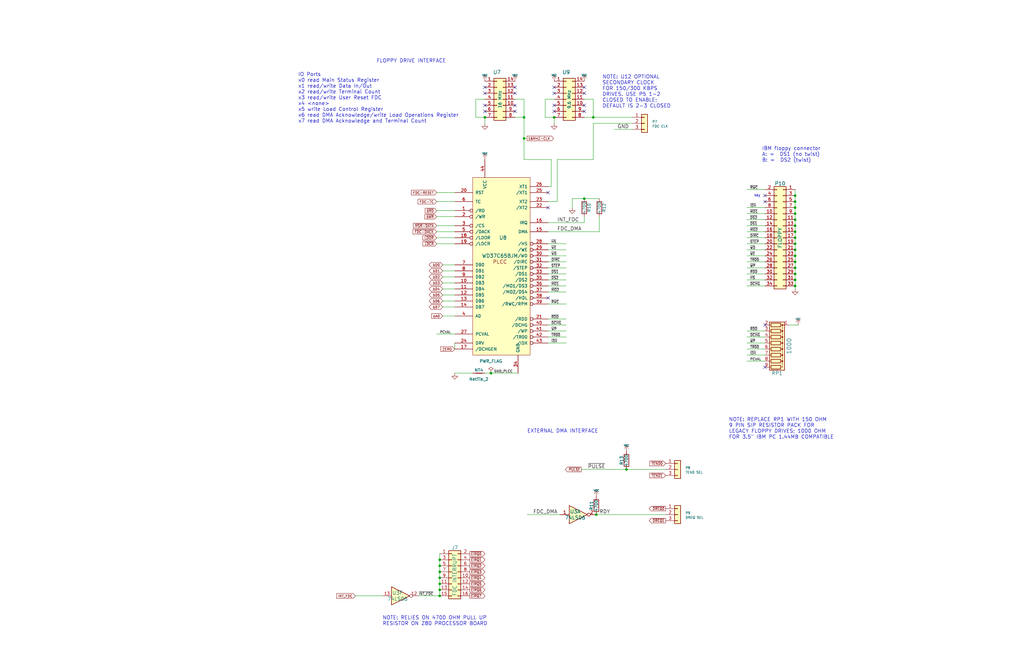
<source format=kicad_sch>
(kicad_sch (version 20211123) (generator eeschema)
  (paper "B")
  (lib_symbols
    (symbol "74xx:74LS06" (pin_names (offset 1.016))
      (property "Reference" "U" (at 0 1.27 0))
      (property "Value" "74LS06" (at 0 -1.27 0))
      (symbol "74LS06_1_0"
        (polyline (pts (xy -3.81 3.81) (xy -3.81 -3.81) (xy 3.81 0) (xy -3.81 3.81)) (stroke (width 0.254)) (fill (type background)))
        (pin input line (at -7.62 0 0) (length 3.81) (name "~") (number "1"))
        (pin open_collector inverted (at 7.62 0 180) (length 3.81) (name "~") (number "2"))
      )
      (symbol "74LS06_2_0"
        (polyline (pts (xy -3.81 3.81) (xy -3.81 -3.81) (xy 3.81 0) (xy -3.81 3.81)) (stroke (width 0.254)) (fill (type background)))
        (pin input line (at -7.62 0 0) (length 3.81) (name "~") (number "3"))
        (pin open_collector inverted (at 7.62 0 180) (length 3.81) (name "~") (number "4"))
      )
      (symbol "74LS06_3_0"
        (polyline (pts (xy -3.81 3.81) (xy -3.81 -3.81) (xy 3.81 0) (xy -3.81 3.81)) (stroke (width 0.254)) (fill (type background)))
        (pin input line (at -7.62 0 0) (length 3.81) (name "~") (number "5"))
        (pin open_collector inverted (at 7.62 0 180) (length 3.81) (name "~") (number "6"))
      )
      (symbol "74LS06_4_0"
        (polyline (pts (xy -3.81 3.81) (xy -3.81 -3.81) (xy 3.81 0) (xy -3.81 3.81)) (stroke (width 0.254)) (fill (type background)))
        (pin open_collector inverted (at 7.62 0 180) (length 3.81) (name "~") (number "8"))
        (pin input line (at -7.62 0 0) (length 3.81) (name "~") (number "9"))
      )
      (symbol "74LS06_5_0"
        (polyline (pts (xy -3.81 3.81) (xy -3.81 -3.81) (xy 3.81 0) (xy -3.81 3.81)) (stroke (width 0.254)) (fill (type background)))
        (pin open_collector inverted (at 7.62 0 180) (length 3.81) (name "~") (number "10"))
        (pin input line (at -7.62 0 0) (length 3.81) (name "~") (number "11"))
      )
      (symbol "74LS06_6_0"
        (polyline (pts (xy -3.81 3.81) (xy -3.81 -3.81) (xy 3.81 0) (xy -3.81 3.81)) (stroke (width 0.254)) (fill (type background)))
        (pin open_collector inverted (at 7.62 0 180) (length 3.81) (name "~") (number "12"))
        (pin input line (at -7.62 0 0) (length 3.81) (name "~") (number "13"))
      )
      (symbol "74LS06_7_0"
        (pin power_in line (at 0 12.7 270) (length 5.08) (name "VCC") (number "14"))
        (pin power_in line (at 0 -12.7 90) (length 5.08) (name "GND") (number "7"))
      )
      (symbol "74LS06_7_1"
        (rectangle (start -5.08 7.62) (end 5.08 -7.62) (stroke (width 0.254)) (fill (type background)))
      )
    )
    (symbol "Connector_Generic:Conn_01x03" (pin_names (offset 1.016) hide)
      (property "Reference" "J" (at 0 5.08 0))
      (property "Value" "Conn_01x03" (at 0 -5.08 0))
      (symbol "Conn_01x03_1_1"
        (rectangle (start -1.27 -2.413) (end 0 -2.667) (stroke (width 0.1524)))
        (rectangle (start -1.27 0.127) (end 0 -0.127) (stroke (width 0.1524)))
        (rectangle (start -1.27 2.667) (end 0 2.413) (stroke (width 0.1524)))
        (rectangle (start -1.27 3.81) (end 1.27 -3.81) (stroke (width 0.254)) (fill (type background)))
        (pin passive line (at -5.08 2.54 0) (length 3.81) (name "Pin_1") (number "1"))
        (pin passive line (at -5.08 0 0) (length 3.81) (name "Pin_2") (number "2"))
        (pin passive line (at -5.08 -2.54 0) (length 3.81) (name "Pin_3") (number "3"))
      )
    )
    (symbol "Connector_Generic:Conn_02x07_Counter_Clockwise" (pin_names (offset 1.016) hide)
      (property "Reference" "J" (at 1.27 10.16 0))
      (property "Value" "Conn_02x07_Counter_Clockwise" (at 1.27 -10.16 0))
      (symbol "Conn_02x07_Counter_Clockwise_1_1"
        (rectangle (start -1.27 -7.493) (end 0 -7.747) (stroke (width 0.1524)))
        (rectangle (start -1.27 -4.953) (end 0 -5.207) (stroke (width 0.1524)))
        (rectangle (start -1.27 -2.413) (end 0 -2.667) (stroke (width 0.1524)))
        (rectangle (start -1.27 0.127) (end 0 -0.127) (stroke (width 0.1524)))
        (rectangle (start -1.27 2.667) (end 0 2.413) (stroke (width 0.1524)))
        (rectangle (start -1.27 5.207) (end 0 4.953) (stroke (width 0.1524)))
        (rectangle (start -1.27 7.747) (end 0 7.493) (stroke (width 0.1524)))
        (rectangle (start -1.27 8.89) (end 3.81 -8.89) (stroke (width 0.254)) (fill (type background)))
        (rectangle (start 3.81 -7.493) (end 2.54 -7.747) (stroke (width 0.1524)))
        (rectangle (start 3.81 -4.953) (end 2.54 -5.207) (stroke (width 0.1524)))
        (rectangle (start 3.81 -2.413) (end 2.54 -2.667) (stroke (width 0.1524)))
        (rectangle (start 3.81 0.127) (end 2.54 -0.127) (stroke (width 0.1524)))
        (rectangle (start 3.81 2.667) (end 2.54 2.413) (stroke (width 0.1524)))
        (rectangle (start 3.81 5.207) (end 2.54 4.953) (stroke (width 0.1524)))
        (rectangle (start 3.81 7.747) (end 2.54 7.493) (stroke (width 0.1524)))
        (pin passive line (at -5.08 7.62 0) (length 3.81) (name "Pin_1") (number "1"))
        (pin passive line (at 7.62 -2.54 180) (length 3.81) (name "Pin_10") (number "10"))
        (pin passive line (at 7.62 0 180) (length 3.81) (name "Pin_11") (number "11"))
        (pin passive line (at 7.62 2.54 180) (length 3.81) (name "Pin_12") (number "12"))
        (pin passive line (at 7.62 5.08 180) (length 3.81) (name "Pin_13") (number "13"))
        (pin passive line (at 7.62 7.62 180) (length 3.81) (name "Pin_14") (number "14"))
        (pin passive line (at -5.08 5.08 0) (length 3.81) (name "Pin_2") (number "2"))
        (pin passive line (at -5.08 2.54 0) (length 3.81) (name "Pin_3") (number "3"))
        (pin passive line (at -5.08 0 0) (length 3.81) (name "Pin_4") (number "4"))
        (pin passive line (at -5.08 -2.54 0) (length 3.81) (name "Pin_5") (number "5"))
        (pin passive line (at -5.08 -5.08 0) (length 3.81) (name "Pin_6") (number "6"))
        (pin passive line (at -5.08 -7.62 0) (length 3.81) (name "Pin_7") (number "7"))
        (pin passive line (at 7.62 -7.62 180) (length 3.81) (name "Pin_8") (number "8"))
        (pin passive line (at 7.62 -5.08 180) (length 3.81) (name "Pin_9") (number "9"))
      )
    )
    (symbol "Connector_Generic:Conn_02x08_Odd_Even" (pin_names (offset 1.016) hide)
      (property "Reference" "J" (at 1.27 10.16 0))
      (property "Value" "Conn_02x08_Odd_Even" (at 1.27 -12.7 0))
      (symbol "Conn_02x08_Odd_Even_1_1"
        (rectangle (start -1.27 -10.033) (end 0 -10.287) (stroke (width 0.1524)))
        (rectangle (start -1.27 -7.493) (end 0 -7.747) (stroke (width 0.1524)))
        (rectangle (start -1.27 -4.953) (end 0 -5.207) (stroke (width 0.1524)))
        (rectangle (start -1.27 -2.413) (end 0 -2.667) (stroke (width 0.1524)))
        (rectangle (start -1.27 0.127) (end 0 -0.127) (stroke (width 0.1524)))
        (rectangle (start -1.27 2.667) (end 0 2.413) (stroke (width 0.1524)))
        (rectangle (start -1.27 5.207) (end 0 4.953) (stroke (width 0.1524)))
        (rectangle (start -1.27 7.747) (end 0 7.493) (stroke (width 0.1524)))
        (rectangle (start -1.27 8.89) (end 3.81 -11.43) (stroke (width 0.254)) (fill (type background)))
        (rectangle (start 3.81 -10.033) (end 2.54 -10.287) (stroke (width 0.1524)))
        (rectangle (start 3.81 -7.493) (end 2.54 -7.747) (stroke (width 0.1524)))
        (rectangle (start 3.81 -4.953) (end 2.54 -5.207) (stroke (width 0.1524)))
        (rectangle (start 3.81 -2.413) (end 2.54 -2.667) (stroke (width 0.1524)))
        (rectangle (start 3.81 0.127) (end 2.54 -0.127) (stroke (width 0.1524)))
        (rectangle (start 3.81 2.667) (end 2.54 2.413) (stroke (width 0.1524)))
        (rectangle (start 3.81 5.207) (end 2.54 4.953) (stroke (width 0.1524)))
        (rectangle (start 3.81 7.747) (end 2.54 7.493) (stroke (width 0.1524)))
        (pin passive line (at -5.08 7.62 0) (length 3.81) (name "Pin_1") (number "1"))
        (pin passive line (at 7.62 -2.54 180) (length 3.81) (name "Pin_10") (number "10"))
        (pin passive line (at -5.08 -5.08 0) (length 3.81) (name "Pin_11") (number "11"))
        (pin passive line (at 7.62 -5.08 180) (length 3.81) (name "Pin_12") (number "12"))
        (pin passive line (at -5.08 -7.62 0) (length 3.81) (name "Pin_13") (number "13"))
        (pin passive line (at 7.62 -7.62 180) (length 3.81) (name "Pin_14") (number "14"))
        (pin passive line (at -5.08 -10.16 0) (length 3.81) (name "Pin_15") (number "15"))
        (pin passive line (at 7.62 -10.16 180) (length 3.81) (name "Pin_16") (number "16"))
        (pin passive line (at 7.62 7.62 180) (length 3.81) (name "Pin_2") (number "2"))
        (pin passive line (at -5.08 5.08 0) (length 3.81) (name "Pin_3") (number "3"))
        (pin passive line (at 7.62 5.08 180) (length 3.81) (name "Pin_4") (number "4"))
        (pin passive line (at -5.08 2.54 0) (length 3.81) (name "Pin_5") (number "5"))
        (pin passive line (at 7.62 2.54 180) (length 3.81) (name "Pin_6") (number "6"))
        (pin passive line (at -5.08 0 0) (length 3.81) (name "Pin_7") (number "7"))
        (pin passive line (at 7.62 0 180) (length 3.81) (name "Pin_8") (number "8"))
        (pin passive line (at -5.08 -2.54 0) (length 3.81) (name "Pin_9") (number "9"))
      )
    )
    (symbol "Connector_Generic:Conn_02x17_Odd_Even" (pin_names (offset 1.016) hide)
      (property "Reference" "J" (at 1.27 22.86 0))
      (property "Value" "Conn_02x17_Odd_Even" (at 1.27 -22.86 0))
      (symbol "Conn_02x17_Odd_Even_1_1"
        (rectangle (start -1.27 -20.193) (end 0 -20.447) (stroke (width 0.1524)))
        (rectangle (start -1.27 -17.653) (end 0 -17.907) (stroke (width 0.1524)))
        (rectangle (start -1.27 -15.113) (end 0 -15.367) (stroke (width 0.1524)))
        (rectangle (start -1.27 -12.573) (end 0 -12.827) (stroke (width 0.1524)))
        (rectangle (start -1.27 -10.033) (end 0 -10.287) (stroke (width 0.1524)))
        (rectangle (start -1.27 -7.493) (end 0 -7.747) (stroke (width 0.1524)))
        (rectangle (start -1.27 -4.953) (end 0 -5.207) (stroke (width 0.1524)))
        (rectangle (start -1.27 -2.413) (end 0 -2.667) (stroke (width 0.1524)))
        (rectangle (start -1.27 0.127) (end 0 -0.127) (stroke (width 0.1524)))
        (rectangle (start -1.27 2.667) (end 0 2.413) (stroke (width 0.1524)))
        (rectangle (start -1.27 5.207) (end 0 4.953) (stroke (width 0.1524)))
        (rectangle (start -1.27 7.747) (end 0 7.493) (stroke (width 0.1524)))
        (rectangle (start -1.27 10.287) (end 0 10.033) (stroke (width 0.1524)))
        (rectangle (start -1.27 12.827) (end 0 12.573) (stroke (width 0.1524)))
        (rectangle (start -1.27 15.367) (end 0 15.113) (stroke (width 0.1524)))
        (rectangle (start -1.27 17.907) (end 0 17.653) (stroke (width 0.1524)))
        (rectangle (start -1.27 20.447) (end 0 20.193) (stroke (width 0.1524)))
        (rectangle (start -1.27 21.59) (end 3.81 -21.59) (stroke (width 0.254)) (fill (type background)))
        (rectangle (start 3.81 -20.193) (end 2.54 -20.447) (stroke (width 0.1524)))
        (rectangle (start 3.81 -17.653) (end 2.54 -17.907) (stroke (width 0.1524)))
        (rectangle (start 3.81 -15.113) (end 2.54 -15.367) (stroke (width 0.1524)))
        (rectangle (start 3.81 -12.573) (end 2.54 -12.827) (stroke (width 0.1524)))
        (rectangle (start 3.81 -10.033) (end 2.54 -10.287) (stroke (width 0.1524)))
        (rectangle (start 3.81 -7.493) (end 2.54 -7.747) (stroke (width 0.1524)))
        (rectangle (start 3.81 -4.953) (end 2.54 -5.207) (stroke (width 0.1524)))
        (rectangle (start 3.81 -2.413) (end 2.54 -2.667) (stroke (width 0.1524)))
        (rectangle (start 3.81 0.127) (end 2.54 -0.127) (stroke (width 0.1524)))
        (rectangle (start 3.81 2.667) (end 2.54 2.413) (stroke (width 0.1524)))
        (rectangle (start 3.81 5.207) (end 2.54 4.953) (stroke (width 0.1524)))
        (rectangle (start 3.81 7.747) (end 2.54 7.493) (stroke (width 0.1524)))
        (rectangle (start 3.81 10.287) (end 2.54 10.033) (stroke (width 0.1524)))
        (rectangle (start 3.81 12.827) (end 2.54 12.573) (stroke (width 0.1524)))
        (rectangle (start 3.81 15.367) (end 2.54 15.113) (stroke (width 0.1524)))
        (rectangle (start 3.81 17.907) (end 2.54 17.653) (stroke (width 0.1524)))
        (rectangle (start 3.81 20.447) (end 2.54 20.193) (stroke (width 0.1524)))
        (pin passive line (at -5.08 20.32 0) (length 3.81) (name "Pin_1") (number "1"))
        (pin passive line (at 7.62 10.16 180) (length 3.81) (name "Pin_10") (number "10"))
        (pin passive line (at -5.08 7.62 0) (length 3.81) (name "Pin_11") (number "11"))
        (pin passive line (at 7.62 7.62 180) (length 3.81) (name "Pin_12") (number "12"))
        (pin passive line (at -5.08 5.08 0) (length 3.81) (name "Pin_13") (number "13"))
        (pin passive line (at 7.62 5.08 180) (length 3.81) (name "Pin_14") (number "14"))
        (pin passive line (at -5.08 2.54 0) (length 3.81) (name "Pin_15") (number "15"))
        (pin passive line (at 7.62 2.54 180) (length 3.81) (name "Pin_16") (number "16"))
        (pin passive line (at -5.08 0 0) (length 3.81) (name "Pin_17") (number "17"))
        (pin passive line (at 7.62 0 180) (length 3.81) (name "Pin_18") (number "18"))
        (pin passive line (at -5.08 -2.54 0) (length 3.81) (name "Pin_19") (number "19"))
        (pin passive line (at 7.62 20.32 180) (length 3.81) (name "Pin_2") (number "2"))
        (pin passive line (at 7.62 -2.54 180) (length 3.81) (name "Pin_20") (number "20"))
        (pin passive line (at -5.08 -5.08 0) (length 3.81) (name "Pin_21") (number "21"))
        (pin passive line (at 7.62 -5.08 180) (length 3.81) (name "Pin_22") (number "22"))
        (pin passive line (at -5.08 -7.62 0) (length 3.81) (name "Pin_23") (number "23"))
        (pin passive line (at 7.62 -7.62 180) (length 3.81) (name "Pin_24") (number "24"))
        (pin passive line (at -5.08 -10.16 0) (length 3.81) (name "Pin_25") (number "25"))
        (pin passive line (at 7.62 -10.16 180) (length 3.81) (name "Pin_26") (number "26"))
        (pin passive line (at -5.08 -12.7 0) (length 3.81) (name "Pin_27") (number "27"))
        (pin passive line (at 7.62 -12.7 180) (length 3.81) (name "Pin_28") (number "28"))
        (pin passive line (at -5.08 -15.24 0) (length 3.81) (name "Pin_29") (number "29"))
        (pin passive line (at -5.08 17.78 0) (length 3.81) (name "Pin_3") (number "3"))
        (pin passive line (at 7.62 -15.24 180) (length 3.81) (name "Pin_30") (number "30"))
        (pin passive line (at -5.08 -17.78 0) (length 3.81) (name "Pin_31") (number "31"))
        (pin passive line (at 7.62 -17.78 180) (length 3.81) (name "Pin_32") (number "32"))
        (pin passive line (at -5.08 -20.32 0) (length 3.81) (name "Pin_33") (number "33"))
        (pin passive line (at 7.62 -20.32 180) (length 3.81) (name "Pin_34") (number "34"))
        (pin passive line (at 7.62 17.78 180) (length 3.81) (name "Pin_4") (number "4"))
        (pin passive line (at -5.08 15.24 0) (length 3.81) (name "Pin_5") (number "5"))
        (pin passive line (at 7.62 15.24 180) (length 3.81) (name "Pin_6") (number "6"))
        (pin passive line (at -5.08 12.7 0) (length 3.81) (name "Pin_7") (number "7"))
        (pin passive line (at 7.62 12.7 180) (length 3.81) (name "Pin_8") (number "8"))
        (pin passive line (at -5.08 10.16 0) (length 3.81) (name "Pin_9") (number "9"))
      )
    )
    (symbol "Device:NetTie_2" (pin_numbers hide) (pin_names (offset 0) hide) (in_bom no)
      (property "Reference" "NT" (at 0 1.27 0))
      (property "Value" "NetTie_2" (at 0 -1.27 0))
      (symbol "NetTie_2_0_1"
        (polyline (pts (xy -1.27 0) (xy 1.27 0)) (stroke (width 0.254)))
      )
      (symbol "NetTie_2_1_1"
        (pin passive line (at -2.54 0 0) (length 2.54) (name "1") (number "1"))
        (pin passive line (at 2.54 0 180) (length 2.54) (name "2") (number "2"))
      )
    )
    (symbol "Device:R" (pin_numbers hide) (pin_names (offset 0))
      (property "Reference" "R" (at 2.032 0 90))
      (property "Value" "R" (at 0 0 90))
      (symbol "R_0_1"
        (rectangle (start -1.016 -2.54) (end 1.016 2.54) (stroke (width 0.254)))
      )
      (symbol "R_1_1"
        (pin passive line (at 0 3.81 270) (length 1.27) (name "~") (number "1"))
        (pin passive line (at 0 -3.81 90) (length 1.27) (name "~") (number "2"))
      )
    )
    (symbol "Device:R_Network08" (pin_names (offset 0) hide)
      (property "Reference" "RN" (at -12.7 0 90))
      (property "Value" "R_Network08" (at 10.16 0 90))
      (symbol "R_Network08_0_1"
        (rectangle (start -11.43 -3.175) (end 8.89 3.175) (stroke (width 0.254)) (fill (type background)))
        (rectangle (start -10.922 1.524) (end -9.398 -2.54) (stroke (width 0.254)))
        (circle (center -10.16 2.286) (radius 0.254) (fill (type outline)))
        (rectangle (start -8.382 1.524) (end -6.858 -2.54) (stroke (width 0.254)))
        (circle (center -7.62 2.286) (radius 0.254) (fill (type outline)))
        (rectangle (start -5.842 1.524) (end -4.318 -2.54) (stroke (width 0.254)))
        (circle (center -5.08 2.286) (radius 0.254) (fill (type outline)))
        (rectangle (start -3.302 1.524) (end -1.778 -2.54) (stroke (width 0.254)))
        (circle (center -2.54 2.286) (radius 0.254) (fill (type outline)))
        (rectangle (start -0.762 1.524) (end 0.762 -2.54) (stroke (width 0.254)))
        (polyline (pts (xy -10.16 -2.54) (xy -10.16 -3.81)))
        (polyline (pts (xy -7.62 -2.54) (xy -7.62 -3.81)))
        (polyline (pts (xy -5.08 -2.54) (xy -5.08 -3.81)))
        (polyline (pts (xy -2.54 -2.54) (xy -2.54 -3.81)))
        (polyline (pts (xy 0 -2.54) (xy 0 -3.81)))
        (polyline (pts (xy 2.54 -2.54) (xy 2.54 -3.81)))
        (polyline (pts (xy 5.08 -2.54) (xy 5.08 -3.81)))
        (polyline (pts (xy 7.62 -2.54) (xy 7.62 -3.81)))
        (polyline (pts (xy -10.16 1.524) (xy -10.16 2.286) (xy -7.62 2.286) (xy -7.62 1.524)))
        (polyline (pts (xy -7.62 1.524) (xy -7.62 2.286) (xy -5.08 2.286) (xy -5.08 1.524)))
        (polyline (pts (xy -5.08 1.524) (xy -5.08 2.286) (xy -2.54 2.286) (xy -2.54 1.524)))
        (polyline (pts (xy -2.54 1.524) (xy -2.54 2.286) (xy 0 2.286) (xy 0 1.524)))
        (polyline (pts (xy 0 1.524) (xy 0 2.286) (xy 2.54 2.286) (xy 2.54 1.524)))
        (polyline (pts (xy 2.54 1.524) (xy 2.54 2.286) (xy 5.08 2.286) (xy 5.08 1.524)))
        (polyline (pts (xy 5.08 1.524) (xy 5.08 2.286) (xy 7.62 2.286) (xy 7.62 1.524)))
        (circle (center 0 2.286) (radius 0.254) (fill (type outline)))
        (rectangle (start 1.778 1.524) (end 3.302 -2.54) (stroke (width 0.254)))
        (circle (center 2.54 2.286) (radius 0.254) (fill (type outline)))
        (rectangle (start 4.318 1.524) (end 5.842 -2.54) (stroke (width 0.254)))
        (circle (center 5.08 2.286) (radius 0.254) (fill (type outline)))
        (rectangle (start 6.858 1.524) (end 8.382 -2.54) (stroke (width 0.254)))
      )
      (symbol "R_Network08_1_1"
        (pin passive line (at -10.16 5.08 270) (length 2.54) (name "common") (number "1"))
        (pin passive line (at -10.16 -5.08 90) (length 1.27) (name "R1") (number "2"))
        (pin passive line (at -7.62 -5.08 90) (length 1.27) (name "R2") (number "3"))
        (pin passive line (at -5.08 -5.08 90) (length 1.27) (name "R3") (number "4"))
        (pin passive line (at -2.54 -5.08 90) (length 1.27) (name "R4") (number "5"))
        (pin passive line (at 0 -5.08 90) (length 1.27) (name "R5") (number "6"))
        (pin passive line (at 2.54 -5.08 90) (length 1.27) (name "R6") (number "7"))
        (pin passive line (at 5.08 -5.08 90) (length 1.27) (name "R7") (number "8"))
        (pin passive line (at 7.62 -5.08 90) (length 1.27) (name "R8") (number "9"))
      )
    )
    (symbol "WD37C65BJW:WD37C65BJW" (pin_names (offset 1.016))
      (property "Reference" "U?" (at 0 10.16 0))
      (property "Value" "WD37C65BJW" (at -1.27 2.54 0))
      (symbol "WD37C65BJW_0_0"
        (rectangle (start -12.7 35.56) (end 11.43 -39.37) (fill (type background)))
        (text "PLCC" (at -1.27 0 0) (effects (font (size 1.524 1.524))))
      )
      (symbol "WD37C65BJW_1_1"
        (pin input inverted (at -20.32 21.59 0) (length 7.62) (name "/RD") (number "1"))
        (pin bidirectional line (at -20.32 -8.89 0) (length 7.62) (name "DB3") (number "10"))
        (pin bidirectional line (at -20.32 -11.43 0) (length 7.62) (name "DB4") (number "11"))
        (pin bidirectional line (at -20.32 -13.97 0) (length 7.62) (name "DB5") (number "12"))
        (pin bidirectional line (at -20.32 -16.51 0) (length 7.62) (name "DB6") (number "13"))
        (pin bidirectional line (at -20.32 -19.05 0) (length 7.62) (name "DB7") (number "14"))
        (pin output line (at 19.05 12.7 180) (length 7.62) (name "DMA") (number "15"))
        (pin output line (at 19.05 16.51 180) (length 7.62) (name "IRQ") (number "16"))
        (pin input line (at -20.32 -36.83 0) (length 7.62) (name "/DCHGEN") (number "17"))
        (pin input inverted (at -20.32 10.16 0) (length 7.62) (name "/LDOR") (number "18"))
        (pin input inverted (at -20.32 7.62 0) (length 7.62) (name "/LDCR") (number "19"))
        (pin input inverted (at -20.32 19.05 0) (length 7.62) (name "/WR") (number "2"))
        (pin input line (at -20.32 29.21 0) (length 7.62) (name "RST") (number "20"))
        (pin input inverted (at 19.05 -24.13 180) (length 7.62) (name "/RDD") (number "21"))
        (pin input line (at 19.05 22.86 180) (length 7.62) (name "/XT2") (number "22"))
        (pin input line (at 19.05 25.4 180) (length 7.62) (name "XT2") (number "23"))
        (pin input line (at -20.32 -34.29 0) (length 7.62) (name "DRV") (number "24"))
        (pin input line (at 19.05 29.21 180) (length 7.62) (name "/XT1") (number "25"))
        (pin input line (at 19.05 31.75 180) (length 7.62) (name "XT1") (number "26"))
        (pin input line (at -20.32 -30.48 0) (length 7.62) (name "PCVAL") (number "27"))
        (pin output inverted (at 19.05 7.62 180) (length 7.62) (name "/HS") (number "28"))
        (pin output inverted (at 19.05 5.08 180) (length 7.62) (name "/WE") (number "29"))
        (pin input inverted (at -20.32 15.24 0) (length 7.62) (name "/CS") (number "3"))
        (pin output inverted (at 19.05 2.54 180) (length 7.62) (name "/WD") (number "30"))
        (pin output inverted (at 19.05 0 180) (length 7.62) (name "/DIRC") (number "31"))
        (pin output inverted (at 19.05 -2.54 180) (length 7.62) (name "/STEP") (number "32"))
        (pin output inverted (at 19.05 -5.08 180) (length 7.62) (name "/DS1") (number "33"))
        (pin power_in line (at 6.35 -46.99 90) (length 7.62) (name "GND") (number "34"))
        (pin output inverted (at 19.05 -7.62 180) (length 7.62) (name "/DS2") (number "35"))
        (pin output inverted (at 19.05 -10.16 180) (length 7.62) (name "/MO1/DS3") (number "36"))
        (pin output inverted (at 19.05 -12.7 180) (length 7.62) (name "/MO2/DS4") (number "37"))
        (pin output inverted (at 19.05 -15.24 180) (length 7.62) (name "/HDL") (number "38"))
        (pin output inverted (at 19.05 -17.78 180) (length 7.62) (name "/RWC/RPM") (number "39"))
        (pin input line (at -20.32 -22.86 0) (length 7.62) (name "A0") (number "4"))
        (pin input inverted (at 19.05 -26.67 180) (length 7.62) (name "/DCHG") (number "40"))
        (pin input inverted (at 19.05 -29.21 180) (length 7.62) (name "/WP") (number "41"))
        (pin input inverted (at 19.05 -31.75 180) (length 7.62) (name "/TR00") (number "42"))
        (pin input inverted (at 19.05 -34.29 180) (length 7.62) (name "/IDX") (number "43"))
        (pin power_in line (at -7.62 43.18 270) (length 7.62) (name "VCC") (number "44"))
        (pin input inverted (at -20.32 12.7 0) (length 7.62) (name "/DACK") (number "5"))
        (pin input line (at -20.32 25.4 0) (length 7.62) (name "TC") (number "6"))
        (pin bidirectional line (at -20.32 -1.27 0) (length 7.62) (name "DB0") (number "7"))
        (pin bidirectional line (at -20.32 -3.81 0) (length 7.62) (name "DB1") (number "8"))
        (pin bidirectional line (at -20.32 -6.35 0) (length 7.62) (name "DB2") (number "9"))
      )
    )
    (symbol "power:GND" (power) (pin_names (offset 0))
      (property "Value" "GND" (at 0 -3.81 0))
      (symbol "GND_0_1"
        (polyline (pts (xy 0 0) (xy 0 -1.27) (xy 1.27 -1.27) (xy 0 -2.54) (xy -1.27 -1.27) (xy 0 -1.27)))
      )
      (symbol "GND_1_1"
        (pin power_in line (at 0 0 270) (length 0) hide (name "GND") (number "1"))
      )
    )
    (symbol "power:PWR_FLAG" (power) (pin_numbers hide) (pin_names (offset 0) hide)
      (property "Value" "PWR_FLAG" (at 0 3.81 0))
      (symbol "PWR_FLAG_0_0"
        (pin power_out line (at 0 0 90) (length 0) (name "pwr") (number "1"))
      )
      (symbol "PWR_FLAG_0_1"
        (polyline (pts (xy 0 0) (xy 0 1.27) (xy -1.016 1.905) (xy 0 2.54) (xy 1.016 1.905) (xy 0 1.27)))
      )
    )
    (symbol "power:VCC" (power) (pin_names (offset 0))
      (property "Value" "VCC" (at 0 3.81 0))
      (symbol "VCC_0_1"
        (polyline (pts (xy -0.762 1.27) (xy 0 2.54)))
        (polyline (pts (xy 0 0) (xy 0 2.54)))
        (polyline (pts (xy 0 2.54) (xy 0.762 1.27)))
      )
      (symbol "VCC_1_1"
        (pin power_in line (at 0 0 90) (length 0) hide (name "VCC") (number "1"))
      )
    )
  )
  (junction (at 251.46 217.17))
  (junction (at 335.28 85.09))
  (junction (at 335.28 115.57))
  (junction (at 185.42 241.3))
  (junction (at 220.98 49.53))
  (junction (at 185.42 238.76))
  (junction (at 335.28 100.33))
  (junction (at 335.28 113.03))
  (junction (at 335.28 107.95))
  (junction (at 185.42 246.38))
  (junction (at 335.28 97.79))
  (junction (at 335.28 82.55))
  (junction (at 185.42 236.22))
  (junction (at 207.01 157.48))
  (junction (at 335.28 118.11))
  (junction (at 185.42 248.92))
  (junction (at 335.28 120.65))
  (junction (at 335.28 92.71))
  (junction (at 250.19 49.53))
  (junction (at 335.28 110.49))
  (junction (at 185.42 251.46))
  (junction (at 233.68 49.53))
  (junction (at 204.47 49.53))
  (junction (at 335.28 105.41))
  (junction (at 264.16 198.12))
  (junction (at 335.28 95.25))
  (junction (at 335.28 102.87))
  (junction (at 246.38 83.82))
  (junction (at 335.28 90.17))
  (junction (at 185.42 243.84))
  (junction (at 220.98 58.42))
  (junction (at 335.28 87.63))
  (no_connect (at 204.47 44.45))
  (no_connect (at 217.17 36.83))
  (no_connect (at 217.17 39.37))
  (no_connect (at 231.14 87.63))
  (no_connect (at 217.17 46.99))
  (no_connect (at 233.68 36.83))
  (no_connect (at 204.47 46.99))
  (no_connect (at 322.58 82.55))
  (no_connect (at 246.38 36.83))
  (no_connect (at 322.58 137.16))
  (no_connect (at 233.68 46.99))
  (no_connect (at 231.14 81.28))
  (no_connect (at 231.14 125.73))
  (no_connect (at 322.58 85.09))
  (no_connect (at 217.17 44.45))
  (no_connect (at 246.38 46.99))
  (no_connect (at 233.68 39.37))
  (no_connect (at 204.47 36.83))
  (no_connect (at 322.58 154.94))
  (no_connect (at 246.38 44.45))
  (no_connect (at 233.68 44.45))
  (no_connect (at 204.47 39.37))
  (no_connect (at 246.38 39.37))
  (wire (pts (xy 314.96 100.33) (xy 322.58 100.33)))
  (wire (pts (xy 204.47 49.53) (xy 204.47 52.07)))
  (wire (pts (xy 231.14 110.49) (xy 238.76 110.49)))
  (wire (pts (xy 231.14 113.03) (xy 238.76 113.03)))
  (wire (pts (xy 220.98 58.42) (xy 220.98 49.53)))
  (wire (pts (xy 149.86 251.46) (xy 161.29 251.46)))
  (wire (pts (xy 250.19 52.07) (xy 250.19 67.31)))
  (wire (pts (xy 335.28 92.71) (xy 335.28 95.25)))
  (wire (pts (xy 250.19 49.53) (xy 250.19 41.91)))
  (wire (pts (xy 191.77 114.3) (xy 186.69 114.3)))
  (wire (pts (xy 335.28 110.49) (xy 335.28 113.03)))
  (wire (pts (xy 250.19 67.31) (xy 234.95 67.31)))
  (wire (pts (xy 335.28 82.55) (xy 335.28 85.09)))
  (wire (pts (xy 250.19 49.53) (xy 266.7 49.53)))
  (wire (pts (xy 231.14 142.24) (xy 238.76 142.24)))
  (wire (pts (xy 176.53 251.46) (xy 185.42 251.46)))
  (wire (pts (xy 231.14 102.87) (xy 238.76 102.87)))
  (wire (pts (xy 191.77 111.76) (xy 186.69 111.76)))
  (wire (pts (xy 229.87 41.91) (xy 229.87 49.53)))
  (wire (pts (xy 191.77 133.35) (xy 186.69 133.35)))
  (wire (pts (xy 184.15 91.44) (xy 191.77 91.44)))
  (wire (pts (xy 335.28 118.11) (xy 335.28 120.65)))
  (wire (pts (xy 231.14 134.62) (xy 238.76 134.62)))
  (wire (pts (xy 185.42 241.3) (xy 185.42 238.76)))
  (wire (pts (xy 234.95 67.31) (xy 234.95 85.09)))
  (wire (pts (xy 231.14 123.19) (xy 238.76 123.19)))
  (wire (pts (xy 314.96 97.79) (xy 322.58 97.79)))
  (wire (pts (xy 217.17 49.53) (xy 220.98 49.53)))
  (wire (pts (xy 184.15 95.25) (xy 191.77 95.25)))
  (wire (pts (xy 222.25 217.17) (xy 236.22 217.17)))
  (wire (pts (xy 191.77 157.48) (xy 199.39 157.48)))
  (wire (pts (xy 232.41 78.74) (xy 232.41 67.31)))
  (wire (pts (xy 191.77 140.97) (xy 184.15 140.97)))
  (wire (pts (xy 231.14 85.09) (xy 234.95 85.09)))
  (wire (pts (xy 335.28 113.03) (xy 335.28 115.57)))
  (wire (pts (xy 332.74 137.16) (xy 336.55 137.16)))
  (wire (pts (xy 231.14 120.65) (xy 238.76 120.65)))
  (wire (pts (xy 335.28 100.33) (xy 335.28 102.87)))
  (wire (pts (xy 314.96 144.78) (xy 322.58 144.78)))
  (wire (pts (xy 191.77 124.46) (xy 186.69 124.46)))
  (wire (pts (xy 266.7 52.07) (xy 250.19 52.07)))
  (wire (pts (xy 314.96 113.03) (xy 322.58 113.03)))
  (wire (pts (xy 335.28 85.09) (xy 335.28 87.63)))
  (wire (pts (xy 314.96 147.32) (xy 322.58 147.32)))
  (wire (pts (xy 231.14 115.57) (xy 238.76 115.57)))
  (wire (pts (xy 335.28 102.87) (xy 335.28 105.41)))
  (wire (pts (xy 233.68 49.53) (xy 233.68 52.07)))
  (wire (pts (xy 200.66 49.53) (xy 204.47 49.53)))
  (wire (pts (xy 191.77 129.54) (xy 186.69 129.54)))
  (wire (pts (xy 314.96 87.63) (xy 322.58 87.63)))
  (wire (pts (xy 220.98 49.53) (xy 220.98 41.91)))
  (wire (pts (xy 335.28 95.25) (xy 335.28 97.79)))
  (wire (pts (xy 231.14 144.78) (xy 238.76 144.78)))
  (wire (pts (xy 191.77 121.92) (xy 186.69 121.92)))
  (wire (pts (xy 314.96 102.87) (xy 322.58 102.87)))
  (wire (pts (xy 220.98 41.91) (xy 217.17 41.91)))
  (wire (pts (xy 232.41 67.31) (xy 220.98 67.31)))
  (wire (pts (xy 231.14 93.98) (xy 246.38 93.98)))
  (wire (pts (xy 314.96 110.49) (xy 322.58 110.49)))
  (wire (pts (xy 184.15 97.79) (xy 191.77 97.79)))
  (wire (pts (xy 335.28 107.95) (xy 335.28 110.49)))
  (wire (pts (xy 314.96 92.71) (xy 322.58 92.71)))
  (wire (pts (xy 335.28 90.17) (xy 335.28 92.71)))
  (wire (pts (xy 231.14 128.27) (xy 238.76 128.27)))
  (wire (pts (xy 241.3 83.82) (xy 241.3 87.63)))
  (wire (pts (xy 266.7 54.61) (xy 259.08 54.61)))
  (wire (pts (xy 185.42 236.22) (xy 185.42 233.68)))
  (wire (pts (xy 246.38 91.44) (xy 246.38 93.98)))
  (wire (pts (xy 191.77 116.84) (xy 186.69 116.84)))
  (wire (pts (xy 314.96 118.11) (xy 322.58 118.11)))
  (wire (pts (xy 191.77 119.38) (xy 186.69 119.38)))
  (wire (pts (xy 184.15 100.33) (xy 191.77 100.33)))
  (wire (pts (xy 191.77 127) (xy 186.69 127)))
  (wire (pts (xy 204.47 41.91) (xy 200.66 41.91)))
  (wire (pts (xy 335.28 80.01) (xy 335.28 82.55)))
  (wire (pts (xy 314.96 95.25) (xy 322.58 95.25)))
  (wire (pts (xy 233.68 41.91) (xy 229.87 41.91)))
  (wire (pts (xy 191.77 144.78) (xy 191.77 147.32)))
  (wire (pts (xy 252.73 91.44) (xy 252.73 97.79)))
  (wire (pts (xy 335.28 97.79) (xy 335.28 100.33)))
  (wire (pts (xy 191.77 88.9) (xy 184.15 88.9)))
  (wire (pts (xy 184.15 102.87) (xy 191.77 102.87)))
  (wire (pts (xy 231.14 97.79) (xy 252.73 97.79)))
  (wire (pts (xy 185.42 243.84) (xy 185.42 241.3)))
  (wire (pts (xy 204.47 157.48) (xy 207.01 157.48)))
  (wire (pts (xy 185.42 246.38) (xy 185.42 243.84)))
  (wire (pts (xy 335.28 120.65) (xy 335.28 121.92)))
  (wire (pts (xy 314.96 139.7) (xy 322.58 139.7)))
  (wire (pts (xy 314.96 149.86) (xy 322.58 149.86)))
  (wire (pts (xy 245.11 198.12) (xy 264.16 198.12)))
  (wire (pts (xy 314.96 152.4) (xy 322.58 152.4)))
  (wire (pts (xy 185.42 238.76) (xy 185.42 236.22)))
  (wire (pts (xy 232.41 78.74) (xy 231.14 78.74)))
  (wire (pts (xy 231.14 137.16) (xy 238.76 137.16)))
  (wire (pts (xy 220.98 58.42) (xy 222.25 58.42)))
  (wire (pts (xy 314.96 115.57) (xy 322.58 115.57)))
  (wire (pts (xy 246.38 83.82) (xy 252.73 83.82)))
  (wire (pts (xy 184.15 85.09) (xy 191.77 85.09)))
  (wire (pts (xy 231.14 118.11) (xy 238.76 118.11)))
  (wire (pts (xy 314.96 142.24) (xy 322.58 142.24)))
  (wire (pts (xy 335.28 105.41) (xy 335.28 107.95)))
  (wire (pts (xy 314.96 107.95) (xy 322.58 107.95)))
  (wire (pts (xy 185.42 248.92) (xy 185.42 246.38)))
  (wire (pts (xy 314.96 120.65) (xy 322.58 120.65)))
  (wire (pts (xy 251.46 217.17) (xy 280.67 217.17)))
  (wire (pts (xy 314.96 90.17) (xy 322.58 90.17)))
  (wire (pts (xy 200.66 41.91) (xy 200.66 49.53)))
  (wire (pts (xy 231.14 107.95) (xy 238.76 107.95)))
  (wire (pts (xy 314.96 80.01) (xy 322.58 80.01)))
  (wire (pts (xy 231.14 105.41) (xy 238.76 105.41)))
  (wire (pts (xy 184.15 81.28) (xy 191.77 81.28)))
  (wire (pts (xy 185.42 251.46) (xy 185.42 248.92)))
  (wire (pts (xy 207.01 157.48) (xy 218.44 157.48)))
  (wire (pts (xy 335.28 115.57) (xy 335.28 118.11)))
  (wire (pts (xy 241.3 83.82) (xy 246.38 83.82)))
  (wire (pts (xy 264.16 198.12) (xy 280.67 198.12)))
  (wire (pts (xy 231.14 139.7) (xy 238.76 139.7)))
  (wire (pts (xy 314.96 105.41) (xy 322.58 105.41)))
  (wire (pts (xy 220.98 67.31) (xy 220.98 58.42)))
  (wire (pts (xy 335.28 87.63) (xy 335.28 90.17)))
  (wire (pts (xy 246.38 49.53) (xy 250.19 49.53)))
  (wire (pts (xy 250.19 41.91) (xy 246.38 41.91)))
  (wire (pts (xy 229.87 49.53) (xy 233.68 49.53)))
  (text "NOTE: RELIES ON 4700 OHM PULL UP\nRESISTOR ON Z80 PROCESSOR BOARD" (at 161.29 264.16 0) (effects (font (size 1.524 1.524)) (justify left bottom)))
  (text "EXTERNAL DMA INTERFACE" (at 222.25 182.88 0) (effects (font (size 1.524 1.524)) (justify left bottom)))
  (text "key" (at 320.675 83.185 180) (effects (font (size 1.016 1.016)) (justify right bottom)))
  (text "NOTE: U12 OPTIONAL\nSECONDARY CLOCK\nFOR 150/300 KBPS\nDRIVES. USE P5 1-2 \nCLOSED TO ENABLE;\nDEFAULT IS 2-3 CLOSED\n" (at 254 45.72 0) (effects (font (size 1.524 1.524)) (justify left bottom)))
  (text "FLOPPY DRIVE INTERFACE" (at 158.75 26.67 0) (effects (font (size 1.524 1.524)) (justify left bottom)))
  (text "IO Ports\nx0 read Main Status Register\nx1 read/write Data In/Out\nx2 read/write Terminal Count\nx3 read/write User Reset FDC\nx4 <none>\nx5 write Load Control Register\nx6 read DMA Acknowledge/write Load Operations Register\nx7 read DMA Acknowledge and Terminal Count" (at 125.73 52.07 0) (effects (font (size 1.524 1.524)) (justify left bottom)))
  (text "NOTE: REPLACE RP1 WITH 150 OHM\n9 PIN SIP RESISTOR PACK FOR\nLEGACY FLOPPY DRIVES; 1000 OHM\nFOR 3.5\" IBM PC 1.44MB COMPATIBLE" (at 307.34 185.42 0) (effects (font (size 1.524 1.524)) (justify left bottom)))
  (text "IBM floppy connector\nA: =  DS1 (no twist)\nB: =  DS2 (twist)" (at 321.31 68.58 0) (effects (font (size 1.524 1.524)) (justify left bottom)))
  (label "~{TR00}" (at 316.23 147.32 0) (effects (font (size 1.016 1.016))))
  (label "INT_FDC" (at 234.95 93.98 0) (effects (font (size 1.524 1.524))))
  (label "GND" (at 260.35 54.61 0) (effects (font (size 1.524 1.524))))
  (label "~{WP}" (at 232.41 139.7 0) (effects (font (size 1.016 1.016))))
  (label "~{RDD}" (at 316.23 139.7 0) (effects (font (size 1.016 1.016))))
  (label "RDY" (at 252.73 217.17 0) (effects (font (size 1.524 1.524))))
  (label "~{WP}" (at 316.23 144.78 0) (effects (font (size 1.016 1.016))))
  (label "~{HS}" (at 316.23 118.11 0) (effects (font (size 1.016 1.016))))
  (label "~{WD}" (at 316.23 105.41 0) (effects (font (size 1.016 1.016))))
  (label "~{RDD}" (at 316.23 115.57 0) (effects (font (size 1.016 1.016))))
  (label "~{TR00}" (at 232.41 142.24 0) (effects (font (size 1.016 1.016))))
  (label "~{MO2}" (at 316.23 97.79 0) (effects (font (size 1.016 1.016))))
  (label "~{DCHG}" (at 232.41 137.16 0) (effects (font (size 1.016 1.016))))
  (label "~{HS}" (at 232.41 102.87 0) (effects (font (size 1.016 1.016))))
  (label "~{RDD}" (at 232.41 134.62 0) (effects (font (size 1.016 1.016))))
  (label "~{IDX}" (at 232.41 144.78 0) (effects (font (size 1.016 1.016))))
  (label "~{WD}" (at 232.41 107.95 0) (effects (font (size 1.016 1.016))))
  (label "FDC_DMA" (at 234.95 97.79 0) (effects (font (size 1.524 1.524))))
  (label "~{DS1}" (at 316.23 95.25 0) (effects (font (size 1.016 1.016))))
  (label "~{WP}" (at 316.23 113.03 0) (effects (font (size 1.016 1.016))))
  (label "FDC_DMA" (at 224.79 217.17 0) (effects (font (size 1.524 1.524))))
  (label "~{DIRC}" (at 316.23 100.33 0) (effects (font (size 1.016 1.016))))
  (label "~{WE}" (at 316.23 107.95 0) (effects (font (size 1.016 1.016))))
  (label "~{DS2}" (at 232.41 118.11 0) (effects (font (size 1.016 1.016))))
  (label "~{IDX}" (at 316.23 149.86 0) (effects (font (size 1.016 1.016))))
  (label "~{IDX}" (at 316.23 87.63 0) (effects (font (size 1.016 1.016))))
  (label "~{MO1}" (at 232.41 120.65 0) (effects (font (size 1.016 1.016))))
  (label "~{RWC}" (at 232.41 128.27 0) (effects (font (size 1.016 1.016))))
  (label "~{STEP}" (at 316.23 102.87 0) (effects (font (size 1.016 1.016))))
  (label "~{PULSE}" (at 255.27 198.12 180) (effects (font (size 1.524 1.524))))
  (label "~{WE}" (at 232.41 105.41 0) (effects (font (size 1.016 1.016))))
  (label "~{DCHG}" (at 316.23 120.65 0) (effects (font (size 1.016 1.016))))
  (label "~{TR00}" (at 316.23 110.49 0) (effects (font (size 1.016 1.016))))
  (label "~{DS2}" (at 316.23 92.71 0) (effects (font (size 1.016 1.016))))
  (label "~{STEP}" (at 232.41 113.03 0) (effects (font (size 1.016 1.016))))
  (label "~{MO2}" (at 232.41 123.19 0) (effects (font (size 1.016 1.016))))
  (label "PCVAL" (at 316.23 152.4 0) (effects (font (size 1.016 1.016))))
  (label "~{DS1}" (at 232.41 115.57 0) (effects (font (size 1.016 1.016))))
  (label "~{DCHG}" (at 316.23 142.24 0) (effects (font (size 1.016 1.016))))
  (label "~{DIRC}" (at 232.41 110.49 0) (effects (font (size 1.016 1.016))))
  (label "~{INT_FDC}" (at 176.53 251.46 0) (effects (font (size 1.016 1.016))))
  (label "~{RWC}" (at 316.23 80.01 0) (effects (font (size 1.016 1.016))))
  (label "GND_PLCC" (at 208.28 157.48 0) (effects (font (size 1.016 1.016))))
  (label "~{MO1}" (at 316.23 90.17 0) (effects (font (size 1.016 1.016))))
  (label "PCVAL" (at 185.42 140.97 0) (effects (font (size 1.016 1.016))))
  (global_label "bD6" (shape bidirectional) (at 186.69 127 180) (effects (font (size 1.016 1.016))) (property "Intersheet References" "${INTERSHEET_REFS}" (effects hide)))
  (global_label "ZERO" (shape input) (at 191.77 147.32 180) (effects (font (size 1.016 1.016))) (property "Intersheet References" "${INTERSHEET_REFS}" (effects hide)))
  (global_label "~{FDC-DACK}" (shape input) (at 184.15 97.79 180) (effects (font (size 1.016 1.016))) (property "Intersheet References" "${INTERSHEET_REFS}" (effects hide)))
  (global_label "16MHZ-CLK" (shape output) (at 222.25 58.42 0) (effects (font (size 1.016 1.016))) (property "Intersheet References" "${INTERSHEET_REFS}" (effects hide)))
  (global_label "~{PULSE}" (shape output) (at 245.11 198.12 180) (effects (font (size 1.016 1.016))) (property "Intersheet References" "${INTERSHEET_REFS}" (effects hide)))
  (global_label "bD3" (shape bidirectional) (at 186.69 119.38 180) (effects (font (size 1.016 1.016))) (property "Intersheet References" "${INTERSHEET_REFS}" (effects hide)))
  (global_label "~{bWR}" (shape input) (at 184.15 91.44 180) (effects (font (size 1.016 1.016))) (property "Intersheet References" "${INTERSHEET_REFS}" (effects hide)))
  (global_label "~{DREQ0}" (shape output) (at 280.67 214.63 180) (effects (font (size 1.016 1.016))) (property "Intersheet References" "${INTERSHEET_REFS}" (effects hide)))
  (global_label "FDC-TC" (shape input) (at 184.15 85.09 180) (effects (font (size 1.016 1.016))) (property "Intersheet References" "${INTERSHEET_REFS}" (effects hide)))
  (global_label "~{EIRQ7}" (shape output) (at 198.12 251.46 0) (effects (font (size 1.016 1.016))) (property "Intersheet References" "${INTERSHEET_REFS}" (effects hide)))
  (global_label "bD4" (shape bidirectional) (at 186.69 121.92 180) (effects (font (size 1.016 1.016))) (property "Intersheet References" "${INTERSHEET_REFS}" (effects hide)))
  (global_label "~{LDOR}" (shape input) (at 184.15 100.33 180) (effects (font (size 1.016 1.016))) (property "Intersheet References" "${INTERSHEET_REFS}" (effects hide)))
  (global_label "bD7" (shape bidirectional) (at 186.69 129.54 180) (effects (font (size 1.016 1.016))) (property "Intersheet References" "${INTERSHEET_REFS}" (effects hide)))
  (global_label "FDC-RESET" (shape input) (at 184.15 81.28 180) (effects (font (size 1.016 1.016))) (property "Intersheet References" "${INTERSHEET_REFS}" (effects hide)))
  (global_label "~{MSR-DATA}" (shape input) (at 184.15 95.25 180) (effects (font (size 1.016 1.016))) (property "Intersheet References" "${INTERSHEET_REFS}" (effects hide)))
  (global_label "bD0" (shape bidirectional) (at 186.69 111.76 180) (effects (font (size 1.016 1.016))) (property "Intersheet References" "${INTERSHEET_REFS}" (effects hide)))
  (global_label "~{EIRQ1}" (shape output) (at 198.12 236.22 0) (effects (font (size 1.016 1.016))) (property "Intersheet References" "${INTERSHEET_REFS}" (effects hide)))
  (global_label "~{DREQ1}" (shape output) (at 280.67 219.71 180) (effects (font (size 1.016 1.016))) (property "Intersheet References" "${INTERSHEET_REFS}" (effects hide)))
  (global_label "bA0" (shape input) (at 186.69 133.35 180) (effects (font (size 1.016 1.016))) (property "Intersheet References" "${INTERSHEET_REFS}" (effects hide)))
  (global_label "~{EIRQ4}" (shape output) (at 198.12 243.84 0) (effects (font (size 1.016 1.016))) (property "Intersheet References" "${INTERSHEET_REFS}" (effects hide)))
  (global_label "~{TEND1}" (shape input) (at 280.67 200.66 180) (effects (font (size 1.016 1.016))) (property "Intersheet References" "${INTERSHEET_REFS}" (effects hide)))
  (global_label "bD2" (shape bidirectional) (at 186.69 116.84 180) (effects (font (size 1.016 1.016))) (property "Intersheet References" "${INTERSHEET_REFS}" (effects hide)))
  (global_label "bD5" (shape bidirectional) (at 186.69 124.46 180) (effects (font (size 1.016 1.016))) (property "Intersheet References" "${INTERSHEET_REFS}" (effects hide)))
  (global_label "~{EIRQ6}" (shape output) (at 198.12 248.92 0) (effects (font (size 1.016 1.016))) (property "Intersheet References" "${INTERSHEET_REFS}" (effects hide)))
  (global_label "~{bRD}" (shape input) (at 184.15 88.9 180) (effects (font (size 1.016 1.016))) (property "Intersheet References" "${INTERSHEET_REFS}" (effects hide)))
  (global_label "~{EIRQ3}" (shape output) (at 198.12 241.3 0) (effects (font (size 1.016 1.016))) (property "Intersheet References" "${INTERSHEET_REFS}" (effects hide)))
  (global_label "~{EIRQ5}" (shape output) (at 198.12 246.38 0) (effects (font (size 1.016 1.016))) (property "Intersheet References" "${INTERSHEET_REFS}" (effects hide)))
  (global_label "bD1" (shape bidirectional) (at 186.69 114.3 180) (effects (font (size 1.016 1.016))) (property "Intersheet References" "${INTERSHEET_REFS}" (effects hide)))
  (global_label "~{LDCR}" (shape input) (at 184.15 102.87 180) (effects (font (size 1.016 1.016))) (property "Intersheet References" "${INTERSHEET_REFS}" (effects hide)))
  (global_label "~{EIRQ2}" (shape output) (at 198.12 238.76 0) (effects (font (size 1.016 1.016))) (property "Intersheet References" "${INTERSHEET_REFS}" (effects hide)))
  (global_label "INT_FDC" (shape input) (at 149.86 251.46 180) (effects (font (size 1.016 1.016))) (property "Intersheet References" "${INTERSHEET_REFS}" (effects hide)))
  (global_label "~{TEND0}" (shape input) (at 280.67 195.58 180) (effects (font (size 1.016 1.016))) (property "Intersheet References" "${INTERSHEET_REFS}" (effects hide)))
  (global_label "~{EIRQ0}" (shape output) (at 198.12 233.68 0) (effects (font (size 1.016 1.016))) (property "Intersheet References" "${INTERSHEET_REFS}" (effects hide)))
  (symbol (lib_id "74xx:74LS06") (at 168.91 251.46 0) (unit 6)
    (property "Reference" "U3" (at 167.64 250.19 0) (effects (font (size 1.524 1.524))))
    (property "Value" "74LS06" (at 167.64 252.73 0) (effects (font (size 1.524 1.524))))
    (property "Footprint" "Package_DIP:DIP-14_W7.62mm" (effects hide))
    (property "Datasheet" "http://www.ti.com/lit/gpn/sn74LS06" (effects hide))
  )
  (symbol (lib_id "Connector_Generic:Conn_02x08_Odd_Even") (at 190.5 241.3 0) (unit 1)
    (property "Reference" "J7" (at 191.77 231.14 0) (effects (font (size 1.524 1.524))))
    (property "Value" "FDC INTERRUPT" (at 191.77 242.57 90) (effects (font (size 1.524 1.524))))
    (property "Footprint" "Connector_PinHeader_2.54mm:PinHeader_2x08_P2.54mm_Vertical" (effects hide))
  )
  (symbol (lib_id "power:GND") (at 191.77 157.48 0) (unit 1)
    (property "Reference" "#PWR019" (effects hide))
    (property "Value" "GND" (effects hide))
  )
  (symbol (lib_id "power:VCC") (at 233.68 34.29 0) (unit 1)
    (property "Reference" "#PWR020" (effects hide))
    (property "Value" "VCC" (at 233.68 31.75 0) (effects (font (size 0.762 0.762))))
  )
  (symbol (lib_id "power:VCC") (at 246.38 34.29 0) (unit 1)
    (property "Reference" "#PWR023" (effects hide))
    (property "Value" "VCC" (at 246.38 31.75 0) (effects (font (size 0.762 0.762))))
  )
  (symbol (lib_id "Device:R") (at 264.16 194.31 180) (unit 1)
    (property "Reference" "R13" (at 262.128 194.31 90))
    (property "Value" "4700" (at 264.16 194.31 90))
    (property "Footprint" "Resistor_THT:R_Axial_DIN0207_L6.3mm_D2.5mm_P7.62mm_Horizontal" (effects hide))
  )
  (symbol (lib_id "power:VCC") (at 204.47 67.31 0) (unit 1)
    (property "Reference" "#PWR017" (effects hide))
    (property "Value" "VCC" (at 204.47 64.77 0) (effects (font (size 0.762 0.762))))
  )
  (symbol (lib_id "power:VCC") (at 336.55 137.16 0) (unit 1)
    (property "Reference" "#PWR026" (effects hide))
    (property "Value" "VCC" (at 336.55 134.62 0) (effects (font (size 0.762 0.762))))
  )
  (symbol (lib_id "power:GND") (at 204.47 52.07 0) (unit 1)
    (property "Reference" "#PWR016" (effects hide))
    (property "Value" "GND" (effects hide))
  )
  (symbol (lib_id "power:PWR_FLAG") (at 207.01 157.48 0) (unit 1)
    (property "Reference" "#FLG0102" (effects hide))
    (property "Value" "PWR_FLAG" (at 207.01 152.4 0))
  )
  (symbol (lib_id "Device:NetTie_2") (at 201.93 157.48 0) (unit 1) (in_bom no)
    (property "Reference" "NT4" (at 201.93 156.21 0))
    (property "Value" "NetTie_2" (at 201.93 160.02 0))
    (property "Footprint" "NetTie:NetTie-2_THT_Pad0.3mm" (effects hide))
  )
  (symbol (lib_id "power:VCC") (at 217.17 34.29 0) (unit 1)
    (property "Reference" "#PWR018" (effects hide))
    (property "Value" "VCC" (at 217.17 31.75 0) (effects (font (size 0.762 0.762))))
  )
  (symbol (lib_id "power:GND") (at 335.28 121.92 0) (unit 1)
    (property "Reference" "#PWR027" (effects hide))
    (property "Value" "GND" (effects hide))
  )
  (symbol (lib_id "Device:R") (at 246.38 87.63 0) (unit 1)
    (property "Reference" "R10" (at 248.412 87.63 90))
    (property "Value" "4700" (at 246.38 87.63 90))
    (property "Footprint" "Resistor_THT:R_Axial_DIN0207_L6.3mm_D2.5mm_P7.62mm_Horizontal" (effects hide))
  )
  (symbol (lib_id "Device:R") (at 251.46 213.36 180) (unit 1)
    (property "Reference" "R11" (at 249.428 213.36 90))
    (property "Value" "4700" (at 251.46 213.36 90))
    (property "Footprint" "Resistor_THT:R_Axial_DIN0207_L6.3mm_D2.5mm_P7.62mm_Horizontal" (effects hide))
  )
  (symbol (lib_id "Connector_Generic:Conn_02x07_Counter_Clockwise") (at 238.76 41.91 0) (unit 1)
    (property "Reference" "U9" (at 238.76 30.48 0) (effects (font (size 1.524 1.524))))
    (property "Value" "9.6 MHz" (at 240.03 41.91 90))
    (property "Footprint" "Package_DIP:DIP-14_W7.62mm" (effects hide))
  )
  (symbol (lib_id "WD37C65BJW:WD37C65BJW") (at 212.09 110.49 0) (unit 1)
    (property "Reference" "U8" (at 212.09 100.33 0) (effects (font (size 1.524 1.524))))
    (property "Value" "WD37C65BJM" (at 210.82 107.95 0) (effects (font (size 1.524 1.524))))
    (property "Footprint" "Package_LCC:PLCC-44_THT-Socket" (effects hide))
  )
  (symbol (lib_id "power:GND") (at 233.68 52.07 0) (unit 1)
    (property "Reference" "#PWR021" (effects hide))
    (property "Value" "GND" (effects hide))
  )
  (symbol (lib_id "Connector_Generic:Conn_02x17_Odd_Even") (at 330.2 100.33 0) (mirror y) (unit 1)
    (property "Reference" "P10" (at 328.93 77.47 0) (effects (font (size 1.524 1.524))))
    (property "Value" "FLOPPY" (at 328.93 100.33 90) (effects (font (size 1.524 1.524))))
    (property "Footprint" "Connector_IDC:IDC-Header_2x17_P2.54mm_Horizontal" (effects hide))
  )
  (symbol (lib_id "power:VCC") (at 251.46 209.55 0) (unit 1)
    (property "Reference" "#PWR024" (effects hide))
    (property "Value" "VCC" (at 251.46 207.01 0) (effects (font (size 0.762 0.762))))
  )
  (symbol (lib_id "Connector_Generic:Conn_02x07_Counter_Clockwise") (at 209.55 41.91 0) (unit 1)
    (property "Reference" "U7" (at 209.55 30.48 0) (effects (font (size 1.524 1.524))))
    (property "Value" "16 MHz" (at 210.82 41.91 90))
    (property "Footprint" "Package_DIP:DIP-14_W7.62mm" (effects hide))
  )
  (symbol (lib_id "Device:R") (at 252.73 87.63 0) (unit 1)
    (property "Reference" "R12" (at 254.762 87.63 90))
    (property "Value" "4700" (at 252.73 87.63 90))
    (property "Footprint" "Resistor_THT:R_Axial_DIN0207_L6.3mm_D2.5mm_P7.62mm_Horizontal" (effects hide))
  )
  (symbol (lib_id "Connector_Generic:Conn_01x03") (at 285.75 198.12 0) (unit 1)
    (property "Reference" "P8" (at 289.0012 197.4088 0) (effects (font (size 1.016 1.016)) (justify left)))
    (property "Value" "TEND SEL" (at 289.0012 199.3392 0) (effects (font (size 1.016 1.016)) (justify left)))
    (property "Footprint" "Connector_PinHeader_2.54mm:PinHeader_1x03_P2.54mm_Vertical" (effects hide))
  )
  (symbol (lib_id "Device:R_Network08") (at 327.66 147.32 270) (unit 1)
    (property "Reference" "RP1" (at 327.66 157.48 90) (effects (font (size 1.524 1.524))))
    (property "Value" "1000" (at 332.74 146.05 0) (effects (font (size 1.778 1.778))))
    (property "Footprint" "Resistor_THT:R_Array_SIP9" (effects hide))
    (property "Datasheet" "http://www.vishay.com/docs/31509/csc.pdf" (effects hide))
  )
  (symbol (lib_id "power:VCC") (at 204.47 34.29 0) (unit 1)
    (property "Reference" "#PWR015" (effects hide))
    (property "Value" "VCC" (at 204.47 31.75 0) (effects (font (size 0.762 0.762))))
  )
  (symbol (lib_id "Connector_Generic:Conn_01x03") (at 271.78 52.07 0) (unit 1)
    (property "Reference" "P7" (at 275.0312 51.3588 0) (effects (font (size 1.016 1.016)) (justify left)))
    (property "Value" "FDC CLK" (at 275.0312 53.2892 0) (effects (font (size 1.016 1.016)) (justify left)))
    (property "Footprint" "Connector_PinHeader_2.54mm:PinHeader_1x03_P2.54mm_Vertical" (effects hide))
  )
  (symbol (lib_id "Connector_Generic:Conn_01x03") (at 285.75 217.17 0) (unit 1)
    (property "Reference" "P9" (at 289.0012 216.4588 0) (effects (font (size 1.016 1.016)) (justify left)))
    (property "Value" "DREQ SEL" (at 289.0012 218.3892 0) (effects (font (size 1.016 1.016)) (justify left)))
    (property "Footprint" "Connector_PinHeader_2.54mm:PinHeader_1x03_P2.54mm_Vertical" (effects hide))
  )
  (symbol (lib_id "power:GND") (at 241.3 87.63 0) (unit 1)
    (property "Reference" "#PWR022" (effects hide))
    (property "Value" "GND" (effects hide))
  )
  (symbol (lib_id "power:VCC") (at 264.16 190.5 0) (unit 1)
    (property "Reference" "#PWR025" (effects hide))
    (property "Value" "VCC" (at 264.16 187.96 0) (effects (font (size 0.762 0.762))))
  )
  (symbol (lib_id "74xx:74LS06") (at 243.84 217.17 0) (unit 1)
    (property "Reference" "U3" (at 242.57 215.9 0) (effects (font (size 1.524 1.524))))
    (property "Value" "74LS06" (at 242.57 218.44 0) (effects (font (size 1.524 1.524))))
    (property "Footprint" "Package_DIP:DIP-14_W7.62mm" (effects hide))
    (property "Datasheet" "http://www.ti.com/lit/gpn/sn74LS06" (effects hide))
  )
)
</source>
